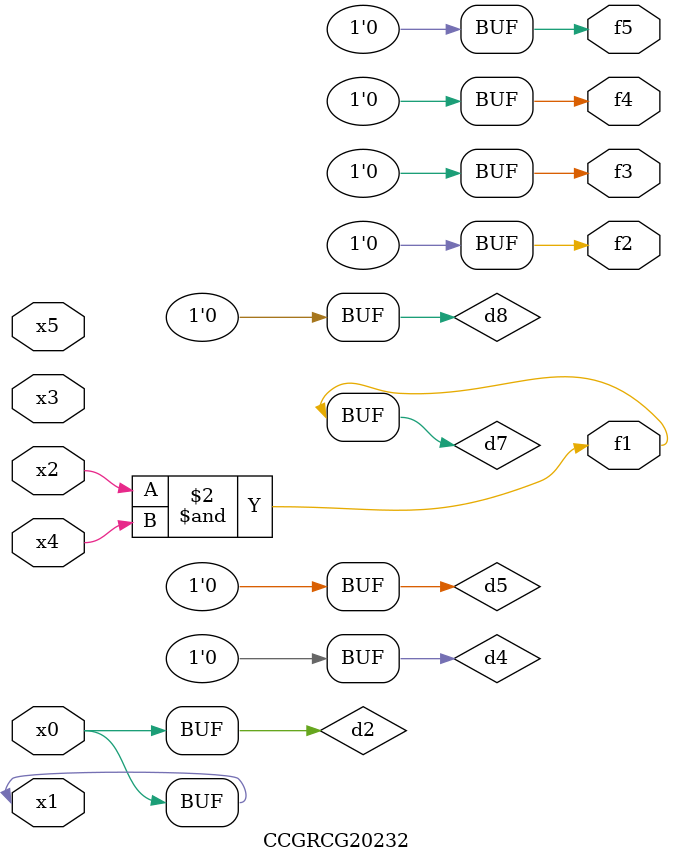
<source format=v>
module CCGRCG20232(
	input x0, x1, x2, x3, x4, x5,
	output f1, f2, f3, f4, f5
);

	wire d1, d2, d3, d4, d5, d6, d7, d8, d9;

	nand (d1, x1);
	buf (d2, x0, x1);
	nand (d3, x2, x4);
	and (d4, d1, d2);
	and (d5, d1, d2);
	nand (d6, d1, d3);
	not (d7, d3);
	xor (d8, d5);
	nor (d9, d5, d6);
	assign f1 = d7;
	assign f2 = d8;
	assign f3 = d8;
	assign f4 = d8;
	assign f5 = d8;
endmodule

</source>
